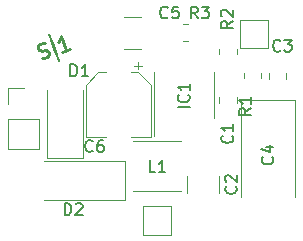
<source format=gbr>
%TF.GenerationSoftware,KiCad,Pcbnew,(6.0.9)*%
%TF.CreationDate,2024-03-30T18:15:30+01:00*%
%TF.ProjectId,HBW-IO-4-FM_Platine2,4842572d-494f-42d3-942d-464d5f506c61,rev?*%
%TF.SameCoordinates,Original*%
%TF.FileFunction,Legend,Top*%
%TF.FilePolarity,Positive*%
%FSLAX46Y46*%
G04 Gerber Fmt 4.6, Leading zero omitted, Abs format (unit mm)*
G04 Created by KiCad (PCBNEW (6.0.9)) date 2024-03-30 18:15:30*
%MOMM*%
%LPD*%
G01*
G04 APERTURE LIST*
%ADD10C,0.150000*%
%ADD11C,0.254000*%
%ADD12C,0.120000*%
%ADD13C,0.200000*%
G04 APERTURE END LIST*
D10*
%TO.C,C4*%
X148957142Y-96166666D02*
X149004761Y-96214285D01*
X149052380Y-96357142D01*
X149052380Y-96452380D01*
X149004761Y-96595238D01*
X148909523Y-96690476D01*
X148814285Y-96738095D01*
X148623809Y-96785714D01*
X148480952Y-96785714D01*
X148290476Y-96738095D01*
X148195238Y-96690476D01*
X148100000Y-96595238D01*
X148052380Y-96452380D01*
X148052380Y-96357142D01*
X148100000Y-96214285D01*
X148147619Y-96166666D01*
X148385714Y-95309523D02*
X149052380Y-95309523D01*
X148004761Y-95547619D02*
X148719047Y-95785714D01*
X148719047Y-95166666D01*
%TO.C,D2*%
X131361904Y-101102380D02*
X131361904Y-100102380D01*
X131600000Y-100102380D01*
X131742857Y-100150000D01*
X131838095Y-100245238D01*
X131885714Y-100340476D01*
X131933333Y-100530952D01*
X131933333Y-100673809D01*
X131885714Y-100864285D01*
X131838095Y-100959523D01*
X131742857Y-101054761D01*
X131600000Y-101102380D01*
X131361904Y-101102380D01*
X132314285Y-100197619D02*
X132361904Y-100150000D01*
X132457142Y-100102380D01*
X132695238Y-100102380D01*
X132790476Y-100150000D01*
X132838095Y-100197619D01*
X132885714Y-100292857D01*
X132885714Y-100388095D01*
X132838095Y-100530952D01*
X132266666Y-101102380D01*
X132885714Y-101102380D01*
%TO.C,R2*%
X145602380Y-84666666D02*
X145126190Y-85000000D01*
X145602380Y-85238095D02*
X144602380Y-85238095D01*
X144602380Y-84857142D01*
X144650000Y-84761904D01*
X144697619Y-84714285D01*
X144792857Y-84666666D01*
X144935714Y-84666666D01*
X145030952Y-84714285D01*
X145078571Y-84761904D01*
X145126190Y-84857142D01*
X145126190Y-85238095D01*
X144697619Y-84285714D02*
X144650000Y-84238095D01*
X144602380Y-84142857D01*
X144602380Y-83904761D01*
X144650000Y-83809523D01*
X144697619Y-83761904D01*
X144792857Y-83714285D01*
X144888095Y-83714285D01*
X145030952Y-83761904D01*
X145602380Y-84333333D01*
X145602380Y-83714285D01*
%TO.C,C6*%
X133733333Y-95657142D02*
X133685714Y-95704761D01*
X133542857Y-95752380D01*
X133447619Y-95752380D01*
X133304761Y-95704761D01*
X133209523Y-95609523D01*
X133161904Y-95514285D01*
X133114285Y-95323809D01*
X133114285Y-95180952D01*
X133161904Y-94990476D01*
X133209523Y-94895238D01*
X133304761Y-94800000D01*
X133447619Y-94752380D01*
X133542857Y-94752380D01*
X133685714Y-94800000D01*
X133733333Y-94847619D01*
X134590476Y-94752380D02*
X134400000Y-94752380D01*
X134304761Y-94800000D01*
X134257142Y-94847619D01*
X134161904Y-94990476D01*
X134114285Y-95180952D01*
X134114285Y-95561904D01*
X134161904Y-95657142D01*
X134209523Y-95704761D01*
X134304761Y-95752380D01*
X134495238Y-95752380D01*
X134590476Y-95704761D01*
X134638095Y-95657142D01*
X134685714Y-95561904D01*
X134685714Y-95323809D01*
X134638095Y-95228571D01*
X134590476Y-95180952D01*
X134495238Y-95133333D01*
X134304761Y-95133333D01*
X134209523Y-95180952D01*
X134161904Y-95228571D01*
X134114285Y-95323809D01*
%TO.C,C5*%
X140083333Y-84357142D02*
X140035714Y-84404761D01*
X139892857Y-84452380D01*
X139797619Y-84452380D01*
X139654761Y-84404761D01*
X139559523Y-84309523D01*
X139511904Y-84214285D01*
X139464285Y-84023809D01*
X139464285Y-83880952D01*
X139511904Y-83690476D01*
X139559523Y-83595238D01*
X139654761Y-83500000D01*
X139797619Y-83452380D01*
X139892857Y-83452380D01*
X140035714Y-83500000D01*
X140083333Y-83547619D01*
X140988095Y-83452380D02*
X140511904Y-83452380D01*
X140464285Y-83928571D01*
X140511904Y-83880952D01*
X140607142Y-83833333D01*
X140845238Y-83833333D01*
X140940476Y-83880952D01*
X140988095Y-83928571D01*
X141035714Y-84023809D01*
X141035714Y-84261904D01*
X140988095Y-84357142D01*
X140940476Y-84404761D01*
X140845238Y-84452380D01*
X140607142Y-84452380D01*
X140511904Y-84404761D01*
X140464285Y-84357142D01*
%TO.C,IC1*%
X141952380Y-91976190D02*
X140952380Y-91976190D01*
X141857142Y-90928571D02*
X141904761Y-90976190D01*
X141952380Y-91119047D01*
X141952380Y-91214285D01*
X141904761Y-91357142D01*
X141809523Y-91452380D01*
X141714285Y-91500000D01*
X141523809Y-91547619D01*
X141380952Y-91547619D01*
X141190476Y-91500000D01*
X141095238Y-91452380D01*
X141000000Y-91357142D01*
X140952380Y-91214285D01*
X140952380Y-91119047D01*
X141000000Y-90976190D01*
X141047619Y-90928571D01*
X141952380Y-89976190D02*
X141952380Y-90547619D01*
X141952380Y-90261904D02*
X140952380Y-90261904D01*
X141095238Y-90357142D01*
X141190476Y-90452380D01*
X141238095Y-90547619D01*
%TO.C,C2*%
X145857142Y-98666666D02*
X145904761Y-98714285D01*
X145952380Y-98857142D01*
X145952380Y-98952380D01*
X145904761Y-99095238D01*
X145809523Y-99190476D01*
X145714285Y-99238095D01*
X145523809Y-99285714D01*
X145380952Y-99285714D01*
X145190476Y-99238095D01*
X145095238Y-99190476D01*
X145000000Y-99095238D01*
X144952380Y-98952380D01*
X144952380Y-98857142D01*
X145000000Y-98714285D01*
X145047619Y-98666666D01*
X145047619Y-98285714D02*
X145000000Y-98238095D01*
X144952380Y-98142857D01*
X144952380Y-97904761D01*
X145000000Y-97809523D01*
X145047619Y-97761904D01*
X145142857Y-97714285D01*
X145238095Y-97714285D01*
X145380952Y-97761904D01*
X145952380Y-98333333D01*
X145952380Y-97714285D01*
%TO.C,R3*%
X142633333Y-84452380D02*
X142300000Y-83976190D01*
X142061904Y-84452380D02*
X142061904Y-83452380D01*
X142442857Y-83452380D01*
X142538095Y-83500000D01*
X142585714Y-83547619D01*
X142633333Y-83642857D01*
X142633333Y-83785714D01*
X142585714Y-83880952D01*
X142538095Y-83928571D01*
X142442857Y-83976190D01*
X142061904Y-83976190D01*
X142966666Y-83452380D02*
X143585714Y-83452380D01*
X143252380Y-83833333D01*
X143395238Y-83833333D01*
X143490476Y-83880952D01*
X143538095Y-83928571D01*
X143585714Y-84023809D01*
X143585714Y-84261904D01*
X143538095Y-84357142D01*
X143490476Y-84404761D01*
X143395238Y-84452380D01*
X143109523Y-84452380D01*
X143014285Y-84404761D01*
X142966666Y-84357142D01*
%TO.C,L1*%
X139033333Y-97452380D02*
X138557142Y-97452380D01*
X138557142Y-96452380D01*
X139890476Y-97452380D02*
X139319047Y-97452380D01*
X139604761Y-97452380D02*
X139604761Y-96452380D01*
X139509523Y-96595238D01*
X139414285Y-96690476D01*
X139319047Y-96738095D01*
%TO.C,R1*%
X147152380Y-92066666D02*
X146676190Y-92400000D01*
X147152380Y-92638095D02*
X146152380Y-92638095D01*
X146152380Y-92257142D01*
X146200000Y-92161904D01*
X146247619Y-92114285D01*
X146342857Y-92066666D01*
X146485714Y-92066666D01*
X146580952Y-92114285D01*
X146628571Y-92161904D01*
X146676190Y-92257142D01*
X146676190Y-92638095D01*
X147152380Y-91114285D02*
X147152380Y-91685714D01*
X147152380Y-91400000D02*
X146152380Y-91400000D01*
X146295238Y-91495238D01*
X146390476Y-91590476D01*
X146438095Y-91685714D01*
%TO.C,C3*%
X149633333Y-87157142D02*
X149585714Y-87204761D01*
X149442857Y-87252380D01*
X149347619Y-87252380D01*
X149204761Y-87204761D01*
X149109523Y-87109523D01*
X149061904Y-87014285D01*
X149014285Y-86823809D01*
X149014285Y-86680952D01*
X149061904Y-86490476D01*
X149109523Y-86395238D01*
X149204761Y-86300000D01*
X149347619Y-86252380D01*
X149442857Y-86252380D01*
X149585714Y-86300000D01*
X149633333Y-86347619D01*
X149966666Y-86252380D02*
X150585714Y-86252380D01*
X150252380Y-86633333D01*
X150395238Y-86633333D01*
X150490476Y-86680952D01*
X150538095Y-86728571D01*
X150585714Y-86823809D01*
X150585714Y-87061904D01*
X150538095Y-87157142D01*
X150490476Y-87204761D01*
X150395238Y-87252380D01*
X150109523Y-87252380D01*
X150014285Y-87204761D01*
X149966666Y-87157142D01*
D11*
%TO.C,SI1*%
X129433173Y-87822462D02*
X129624344Y-87817239D01*
X129908489Y-87713818D01*
X130001463Y-87615621D01*
X130037608Y-87538108D01*
X130053069Y-87403766D01*
X130011700Y-87290108D01*
X129913503Y-87197134D01*
X129835990Y-87160989D01*
X129701648Y-87145528D01*
X129453648Y-87171435D01*
X129319306Y-87155974D01*
X129241793Y-87119829D01*
X129143595Y-87026855D01*
X129102227Y-86913197D01*
X129117688Y-86778855D01*
X129153833Y-86701342D01*
X129246807Y-86603145D01*
X129530952Y-86499725D01*
X129722123Y-86494501D01*
X130647266Y-87444925D02*
X130212901Y-86251516D01*
X131840676Y-87010560D02*
X131158727Y-87258769D01*
X131499702Y-87134664D02*
X131065336Y-85941255D01*
X131013730Y-86153110D01*
X130941440Y-86308136D01*
X130848466Y-86406333D01*
D10*
%TO.C,D1*%
X131861904Y-89352380D02*
X131861904Y-88352380D01*
X132100000Y-88352380D01*
X132242857Y-88400000D01*
X132338095Y-88495238D01*
X132385714Y-88590476D01*
X132433333Y-88780952D01*
X132433333Y-88923809D01*
X132385714Y-89114285D01*
X132338095Y-89209523D01*
X132242857Y-89304761D01*
X132100000Y-89352380D01*
X131861904Y-89352380D01*
X133385714Y-89352380D02*
X132814285Y-89352380D01*
X133100000Y-89352380D02*
X133100000Y-88352380D01*
X133004761Y-88495238D01*
X132909523Y-88590476D01*
X132814285Y-88638095D01*
%TO.C,C1*%
X145557142Y-94366666D02*
X145604761Y-94414285D01*
X145652380Y-94557142D01*
X145652380Y-94652380D01*
X145604761Y-94795238D01*
X145509523Y-94890476D01*
X145414285Y-94938095D01*
X145223809Y-94985714D01*
X145080952Y-94985714D01*
X144890476Y-94938095D01*
X144795238Y-94890476D01*
X144700000Y-94795238D01*
X144652380Y-94652380D01*
X144652380Y-94557142D01*
X144700000Y-94414285D01*
X144747619Y-94366666D01*
X145652380Y-93414285D02*
X145652380Y-93985714D01*
X145652380Y-93700000D02*
X144652380Y-93700000D01*
X144795238Y-93795238D01*
X144890476Y-93890476D01*
X144938095Y-93985714D01*
D12*
%TO.C,C4*%
X146340000Y-91365000D02*
X146340000Y-99600000D01*
X150860000Y-91365000D02*
X146340000Y-91365000D01*
X150860000Y-99600000D02*
X150860000Y-91365000D01*
%TO.C,D2*%
X136500000Y-96500000D02*
X129600000Y-96500000D01*
X136500000Y-99800000D02*
X136500000Y-96500000D01*
X136500000Y-99800000D02*
X129600000Y-99800000D01*
%TO.C,R2*%
X145935000Y-87022936D02*
X145935000Y-87477064D01*
X144465000Y-87022936D02*
X144465000Y-87477064D01*
%TO.C,C6*%
X137585000Y-88125000D02*
X137585000Y-88750000D01*
X133140000Y-94510000D02*
X134840000Y-94510000D01*
X138660000Y-90054437D02*
X138660000Y-94510000D01*
X134204437Y-88990000D02*
X134840000Y-88990000D01*
X137595563Y-88990000D02*
X138660000Y-90054437D01*
X134204437Y-88990000D02*
X133140000Y-90054437D01*
X137595563Y-88990000D02*
X136960000Y-88990000D01*
X137897500Y-88437500D02*
X137272500Y-88437500D01*
X133140000Y-90054437D02*
X133140000Y-94510000D01*
X138660000Y-94510000D02*
X136960000Y-94510000D01*
%TO.C,J1*%
X126570000Y-90330000D02*
X127900000Y-90330000D01*
X126570000Y-91660000D02*
X126570000Y-90330000D01*
X126570000Y-92930000D02*
X126570000Y-95530000D01*
X126570000Y-95530000D02*
X129230000Y-95530000D01*
X126570000Y-92930000D02*
X129230000Y-92930000D01*
X129230000Y-92930000D02*
X129230000Y-95530000D01*
%TO.C,C5*%
X136426248Y-84290000D02*
X137848752Y-84290000D01*
X136426248Y-87010000D02*
X137848752Y-87010000D01*
%TO.C,IC1*%
X144060000Y-90950000D02*
X144060000Y-92900000D01*
X138940000Y-90950000D02*
X138940000Y-89000000D01*
X138940000Y-90950000D02*
X138940000Y-94400000D01*
X144060000Y-90950000D02*
X144060000Y-89000000D01*
%TO.C,C2*%
X144460000Y-97801248D02*
X144460000Y-99223752D01*
X141740000Y-97801248D02*
X141740000Y-99223752D01*
%TO.C,R3*%
X141827064Y-84915000D02*
X141372936Y-84915000D01*
X141827064Y-86385000D02*
X141372936Y-86385000D01*
%TO.C,L1*%
X141200000Y-99050000D02*
X137200000Y-99050000D01*
X141200000Y-94850000D02*
X137200000Y-94850000D01*
%TO.C,R1*%
X146565000Y-89072936D02*
X146565000Y-89527064D01*
X148035000Y-89072936D02*
X148035000Y-89527064D01*
%TO.C,C3*%
X148665000Y-89561252D02*
X148665000Y-89038748D01*
X150135000Y-89561252D02*
X150135000Y-89038748D01*
%TO.C,ST3*%
X148600000Y-86950000D02*
X146200000Y-86950000D01*
X146200000Y-84550000D02*
X148600000Y-84550000D01*
X146200000Y-86950000D02*
X146200000Y-84550000D01*
X148600000Y-84550000D02*
X148600000Y-86950000D01*
D13*
%TO.C,SI1*%
X130024953Y-85735133D02*
X130876583Y-88074967D01*
D12*
%TO.C,D1*%
X132900000Y-96250000D02*
X132900000Y-90550000D01*
X129900000Y-96250000D02*
X132900000Y-96250000D01*
X129900000Y-90550000D02*
X129900000Y-96250000D01*
%TO.C,C1*%
X145935000Y-91076248D02*
X145935000Y-91598752D01*
X144465000Y-91076248D02*
X144465000Y-91598752D01*
%TO.C,ST4*%
X140400000Y-100350000D02*
X140400000Y-102750000D01*
X138000000Y-100350000D02*
X140400000Y-100350000D01*
X138000000Y-102750000D02*
X138000000Y-100350000D01*
X140400000Y-102750000D02*
X138000000Y-102750000D01*
%TD*%
M02*

</source>
